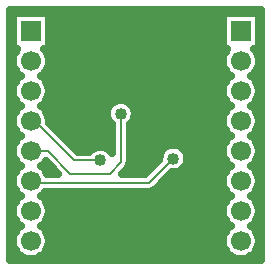
<source format=gbl>
G04 DipTrace 3.1.0.1*
G04 BOARD.gbl*
%MOIN*%
G04 #@! TF.FileFunction,Copper,L2,Bot*
G04 #@! TF.Part,Single*
G04 #@! TA.AperFunction,Conductor*
%ADD11C,0.006*%
G04 #@! TA.AperFunction,CopperBalancing*
%ADD14C,0.025*%
G04 #@! TA.AperFunction,ComponentPad*
%ADD17R,0.066929X0.066929*%
%ADD18C,0.066929*%
G04 #@! TA.AperFunction,ViaPad*
%ADD21C,0.04*%
%FSLAX26Y26*%
G04*
G70*
G90*
G75*
G01*
G04 Bottom*
%LPD*%
X975249Y769000D2*
D11*
X893999Y687749D1*
X506500D1*
X500249Y694000D1*
X731499Y762749D2*
X643997D1*
X512747Y894000D1*
X500249D1*
Y794000D2*
X556499D1*
X631499Y719000D1*
X762751D1*
X800249Y756499D1*
Y919000D1*
D21*
X731499Y762749D3*
X800249Y919000D3*
X975249Y769000D3*
X562698Y1237881D2*
D14*
X1137802D1*
X562698Y1213012D2*
X1137802D1*
X562698Y1188143D2*
X1137802D1*
X562698Y1163274D2*
X1137802D1*
X562698Y1138406D2*
X1137802D1*
X559433Y1113537D2*
X1141067D1*
X562483Y1088668D2*
X1138017D1*
X434017Y1063799D2*
X445974D1*
X554552D2*
X1145948D1*
X1254545D2*
X1266483D1*
X434017Y1038930D2*
X458047D1*
X542459D2*
X1158041D1*
X1242453D2*
X1266483D1*
X559253Y1014062D2*
X1141247D1*
X562518Y989193D2*
X1137982D1*
X434017Y964324D2*
X445615D1*
X554840D2*
X787357D1*
X813134D2*
X1145660D1*
X1254867D2*
X1266483D1*
X434017Y939455D2*
X458657D1*
X541849D2*
X755993D1*
X844496D2*
X1158651D1*
X1241843D2*
X1266483D1*
X559073Y914587D2*
X751472D1*
X849054D2*
X1141427D1*
X562554Y889718D2*
X761627D1*
X838862D2*
X1137945D1*
X434017Y864849D2*
X445328D1*
X586130D2*
X768266D1*
X832260D2*
X1145337D1*
X1255155D2*
X1266483D1*
X434017Y839980D2*
X459268D1*
X610999D2*
X768266D1*
X832260D2*
X1159260D1*
X1241232D2*
X1266483D1*
X434017Y815112D2*
X441600D1*
X635866D2*
X768266D1*
X832260D2*
X966741D1*
X983736D2*
X1141642D1*
X1258887D2*
X1266483D1*
X832260Y790243D2*
X931396D1*
X1019109D2*
X1137909D1*
X434017Y765374D2*
X445042D1*
X832260D2*
X926408D1*
X1024097D2*
X1145050D1*
X1255442D2*
X1266483D1*
X434017Y740505D2*
X459878D1*
X540593D2*
X565772D1*
X827524D2*
X902545D1*
X1014480D2*
X1159907D1*
X1240622D2*
X1266483D1*
X434017Y715636D2*
X441815D1*
X966108D2*
X1141820D1*
X1258672D2*
X1266483D1*
X941240Y690768D2*
X1137874D1*
X434017Y665899D2*
X444755D1*
X916301D2*
X1144764D1*
X1255730D2*
X1266483D1*
X434017Y641030D2*
X460559D1*
X539948D2*
X1160552D1*
X1239940D2*
X1266483D1*
X434017Y616161D2*
X442030D1*
X558463D2*
X1142035D1*
X1258457D2*
X1266483D1*
X562663Y591293D2*
X1137837D1*
X434017Y566424D2*
X444469D1*
X555988D2*
X1144512D1*
X1255980D2*
X1266483D1*
X434017Y541555D2*
X461206D1*
X539265D2*
X1161234D1*
X1239294D2*
X1266483D1*
X434017Y516686D2*
X442245D1*
X558248D2*
X1142252D1*
X1258241D2*
X1266483D1*
X562663Y491818D2*
X1137837D1*
X434017Y466949D2*
X444253D1*
X556274D2*
X1144224D1*
X1256268D2*
X1266483D1*
X434017Y442080D2*
X467736D1*
X532735D2*
X1167765D1*
X1232764D2*
X1266483D1*
X449471Y1253965D2*
X560214D1*
Y1134035D1*
X544891D1*
X548761Y1129247D1*
X553678Y1121223D1*
X557280Y1112530D1*
X559475Y1103381D1*
X560214Y1094000D1*
X559475Y1084619D1*
X557280Y1075470D1*
X553678Y1066777D1*
X548761Y1058753D1*
X542651Y1051598D1*
X535496Y1045488D1*
X533308Y1044026D1*
X539193Y1039597D1*
X545846Y1032944D1*
X551378Y1025332D1*
X555650Y1016948D1*
X558556Y1007999D1*
X560029Y998705D1*
Y989295D1*
X558556Y980001D1*
X555650Y971052D1*
X551378Y962668D1*
X545846Y955056D1*
X539193Y948403D1*
X533308Y944026D1*
X539193Y939597D1*
X545846Y932944D1*
X551378Y925332D1*
X555650Y916948D1*
X558556Y907999D1*
X560029Y898705D1*
Y889295D1*
X559936Y888510D1*
X656239Y792227D1*
X695563Y792249D1*
X701299Y798108D1*
X707202Y802398D1*
X713703Y805710D1*
X720643Y807965D1*
X727850Y809106D1*
X735147D1*
X742354Y807965D1*
X749294Y805710D1*
X755795Y802398D1*
X761698Y798108D1*
X766857Y792949D1*
X770743Y787651D1*
X770749Y883062D1*
X764891Y888801D1*
X760601Y894703D1*
X757289Y901205D1*
X755034Y908144D1*
X753892Y915352D1*
Y922648D1*
X755034Y929856D1*
X757289Y936795D1*
X760601Y943297D1*
X764891Y949199D1*
X770050Y954358D1*
X775953Y958648D1*
X782454Y961961D1*
X789394Y964215D1*
X796601Y965357D1*
X803898D1*
X811105Y964215D1*
X818045Y961961D1*
X824546Y958648D1*
X830449Y954358D1*
X835608Y949199D1*
X839898Y943297D1*
X843210Y936795D1*
X845465Y929856D1*
X846606Y922648D1*
Y915352D1*
X845465Y908144D1*
X843210Y901205D1*
X839898Y894703D1*
X835608Y888801D1*
X830449Y883642D1*
X829743Y883085D1*
X829659Y754184D1*
X828934Y749612D1*
X827504Y745210D1*
X825403Y741085D1*
X822681Y737340D1*
X802713Y717243D1*
X881812Y717249D1*
X928987Y764457D1*
X928749Y769000D1*
X929322Y776274D1*
X931025Y783369D1*
X933818Y790110D1*
X937630Y796332D1*
X942369Y801881D1*
X947917Y806619D1*
X954139Y810432D1*
X960881Y813224D1*
X967975Y814928D1*
X975249Y815500D1*
X982524Y814928D1*
X989618Y813224D1*
X996360Y810432D1*
X1002581Y806619D1*
X1008130Y801881D1*
X1012869Y796332D1*
X1016681Y790110D1*
X1019474Y783369D1*
X1021177Y776274D1*
X1021749Y769000D1*
X1021177Y761726D1*
X1019474Y754631D1*
X1016681Y747890D1*
X1012869Y741668D1*
X1008130Y736119D1*
X1002581Y731381D1*
X996360Y727568D1*
X989618Y724776D1*
X982524Y723072D1*
X975249Y722500D1*
X970709Y722749D1*
X913157Y665318D1*
X909412Y662596D1*
X905287Y660495D1*
X900886Y659064D1*
X896314Y658340D1*
X811322Y658249D1*
X548398D1*
X542651Y651598D1*
X535496Y645488D1*
X533308Y644026D1*
X539193Y639597D1*
X545846Y632944D1*
X551378Y625332D1*
X555650Y616948D1*
X558556Y607999D1*
X560029Y598705D1*
Y589295D1*
X558556Y580001D1*
X555650Y571052D1*
X551378Y562668D1*
X545846Y555056D1*
X539193Y548403D1*
X533308Y544026D1*
X539193Y539597D1*
X545846Y532944D1*
X551378Y525332D1*
X555650Y516948D1*
X558556Y507999D1*
X560029Y498705D1*
Y489295D1*
X558556Y480001D1*
X555650Y471052D1*
X551378Y462668D1*
X545846Y455056D1*
X539193Y448403D1*
X531581Y442871D1*
X523197Y438600D1*
X514248Y435693D1*
X504954Y434220D1*
X495545D1*
X486251Y435693D1*
X477302Y438600D1*
X468917Y442871D1*
X461306Y448403D1*
X454652Y455056D1*
X449121Y462668D1*
X444849Y471052D1*
X441942Y480001D1*
X440470Y489295D1*
Y498705D1*
X441942Y507999D1*
X444849Y516948D1*
X449121Y525332D1*
X454652Y532944D1*
X461306Y539597D1*
X467190Y543974D1*
X461306Y548403D1*
X454652Y555056D1*
X449121Y562668D1*
X444849Y571052D1*
X441942Y580001D1*
X440470Y589295D1*
Y598705D1*
X441942Y607999D1*
X444849Y616948D1*
X449121Y625332D1*
X454652Y632944D1*
X461306Y639597D1*
X467190Y643974D1*
X461306Y648403D1*
X454652Y655056D1*
X449121Y662668D1*
X444849Y671052D1*
X441942Y680001D1*
X440470Y689295D1*
Y698705D1*
X441942Y707999D1*
X444849Y716948D1*
X449121Y725332D1*
X454652Y732944D1*
X461306Y739597D1*
X467190Y743974D1*
X461306Y748403D1*
X454652Y755056D1*
X449121Y762668D1*
X444849Y771052D1*
X441942Y780001D1*
X440470Y789295D1*
Y798705D1*
X441942Y807999D1*
X444849Y816948D1*
X449121Y825332D1*
X454652Y832944D1*
X461306Y839597D1*
X467190Y843974D1*
X461306Y848403D1*
X454652Y855056D1*
X449121Y862668D1*
X444849Y871052D1*
X441942Y880001D1*
X440470Y889295D1*
Y898705D1*
X441942Y907999D1*
X444849Y916948D1*
X449121Y925332D1*
X454652Y932944D1*
X461306Y939597D1*
X467190Y943974D1*
X461306Y948403D1*
X454652Y955056D1*
X449121Y962668D1*
X444849Y971052D1*
X441942Y980001D1*
X440470Y989295D1*
Y998705D1*
X441942Y1007999D1*
X444849Y1016948D1*
X449121Y1025332D1*
X454652Y1032944D1*
X461306Y1039597D1*
X467190Y1043974D1*
X461306Y1048403D1*
X454652Y1055056D1*
X449121Y1062668D1*
X444849Y1071052D1*
X441942Y1080001D1*
X440470Y1089295D1*
Y1098705D1*
X441942Y1107999D1*
X444849Y1116948D1*
X449121Y1125332D1*
X454652Y1132944D1*
X455663Y1134038D1*
X440285Y1134035D1*
Y1253965D1*
X449471D1*
X549262Y759503D2*
X545846Y755056D1*
X539193Y748403D1*
X533308Y744026D1*
X539193Y739597D1*
X545846Y732944D1*
X551378Y725332D1*
X555503Y717265D1*
X591509Y717249D1*
X549310Y759469D1*
X1149471Y1253965D2*
X1260214D1*
Y1134035D1*
X1244891D1*
X1248761Y1129247D1*
X1253678Y1121223D1*
X1257280Y1112530D1*
X1259475Y1103381D1*
X1260214Y1094000D1*
X1259475Y1084619D1*
X1257280Y1075470D1*
X1253678Y1066777D1*
X1248761Y1058753D1*
X1242651Y1051598D1*
X1235496Y1045488D1*
X1233308Y1044026D1*
X1239193Y1039597D1*
X1245846Y1032944D1*
X1251378Y1025332D1*
X1255650Y1016948D1*
X1258556Y1007999D1*
X1260029Y998705D1*
Y989295D1*
X1258556Y980001D1*
X1255650Y971052D1*
X1251378Y962668D1*
X1245846Y955056D1*
X1239193Y948403D1*
X1233308Y944026D1*
X1239193Y939597D1*
X1245846Y932944D1*
X1251378Y925332D1*
X1255650Y916948D1*
X1258556Y907999D1*
X1260029Y898705D1*
Y889295D1*
X1258556Y880001D1*
X1255650Y871052D1*
X1251378Y862668D1*
X1245846Y855056D1*
X1239193Y848403D1*
X1233308Y844026D1*
X1239193Y839597D1*
X1245846Y832944D1*
X1251378Y825332D1*
X1255650Y816948D1*
X1258556Y807999D1*
X1260029Y798705D1*
Y789295D1*
X1258556Y780001D1*
X1255650Y771052D1*
X1251378Y762668D1*
X1245846Y755056D1*
X1239193Y748403D1*
X1233308Y744026D1*
X1239193Y739597D1*
X1245846Y732944D1*
X1251378Y725332D1*
X1255650Y716948D1*
X1258556Y707999D1*
X1260029Y698705D1*
Y689295D1*
X1258556Y680001D1*
X1255650Y671052D1*
X1251378Y662668D1*
X1245846Y655056D1*
X1239193Y648403D1*
X1233308Y644026D1*
X1239193Y639597D1*
X1245846Y632944D1*
X1251378Y625332D1*
X1255650Y616948D1*
X1258556Y607999D1*
X1260029Y598705D1*
Y589295D1*
X1258556Y580001D1*
X1255650Y571052D1*
X1251378Y562668D1*
X1245846Y555056D1*
X1239193Y548403D1*
X1233308Y544026D1*
X1239193Y539597D1*
X1245846Y532944D1*
X1251378Y525332D1*
X1255650Y516948D1*
X1258556Y507999D1*
X1260029Y498705D1*
Y489295D1*
X1258556Y480001D1*
X1255650Y471052D1*
X1251378Y462668D1*
X1245846Y455056D1*
X1239193Y448403D1*
X1231581Y442871D1*
X1223197Y438600D1*
X1214248Y435693D1*
X1204954Y434220D1*
X1195545D1*
X1186251Y435693D1*
X1177302Y438600D1*
X1168917Y442871D1*
X1161306Y448403D1*
X1154652Y455056D1*
X1149121Y462668D1*
X1144849Y471052D1*
X1141942Y480001D1*
X1140470Y489295D1*
Y498705D1*
X1141942Y507999D1*
X1144849Y516948D1*
X1149121Y525332D1*
X1154652Y532944D1*
X1161306Y539597D1*
X1167190Y543974D1*
X1161306Y548403D1*
X1154652Y555056D1*
X1149121Y562668D1*
X1144849Y571052D1*
X1141942Y580001D1*
X1140470Y589295D1*
Y598705D1*
X1141942Y607999D1*
X1144849Y616948D1*
X1149121Y625332D1*
X1154652Y632944D1*
X1161306Y639597D1*
X1167190Y643974D1*
X1161306Y648403D1*
X1154652Y655056D1*
X1149121Y662668D1*
X1144849Y671052D1*
X1141942Y680001D1*
X1140470Y689295D1*
Y698705D1*
X1141942Y707999D1*
X1144849Y716948D1*
X1149121Y725332D1*
X1154652Y732944D1*
X1161306Y739597D1*
X1167190Y743974D1*
X1161306Y748403D1*
X1154652Y755056D1*
X1149121Y762668D1*
X1144849Y771052D1*
X1141942Y780001D1*
X1140470Y789295D1*
Y798705D1*
X1141942Y807999D1*
X1144849Y816948D1*
X1149121Y825332D1*
X1154652Y832944D1*
X1161306Y839597D1*
X1167190Y843974D1*
X1161306Y848403D1*
X1154652Y855056D1*
X1149121Y862668D1*
X1144849Y871052D1*
X1141942Y880001D1*
X1140470Y889295D1*
Y898705D1*
X1141942Y907999D1*
X1144849Y916948D1*
X1149121Y925332D1*
X1154652Y932944D1*
X1161306Y939597D1*
X1167190Y943974D1*
X1161306Y948403D1*
X1154652Y955056D1*
X1149121Y962668D1*
X1144849Y971052D1*
X1141942Y980001D1*
X1140470Y989295D1*
Y998705D1*
X1141942Y1007999D1*
X1144849Y1016948D1*
X1149121Y1025332D1*
X1154652Y1032944D1*
X1161306Y1039597D1*
X1167190Y1043974D1*
X1161306Y1048403D1*
X1154652Y1055056D1*
X1149121Y1062668D1*
X1144849Y1071052D1*
X1141942Y1080001D1*
X1140470Y1089295D1*
Y1098705D1*
X1141942Y1107999D1*
X1144849Y1116948D1*
X1149121Y1125332D1*
X1154652Y1132944D1*
X1155663Y1134038D1*
X1140285Y1134035D1*
Y1253965D1*
X1149471D1*
X1268976Y1262749D2*
X431510D1*
X431500Y431504D1*
X1268988Y431500D1*
X1268999Y1262744D1*
D17*
X500249Y1194000D3*
D18*
Y1094000D3*
Y994000D3*
Y894000D3*
Y794000D3*
Y694000D3*
Y594000D3*
Y494000D3*
D17*
X1200249Y1194000D3*
D18*
Y1094000D3*
Y994000D3*
Y894000D3*
Y794000D3*
Y694000D3*
Y594000D3*
Y494000D3*
M02*

</source>
